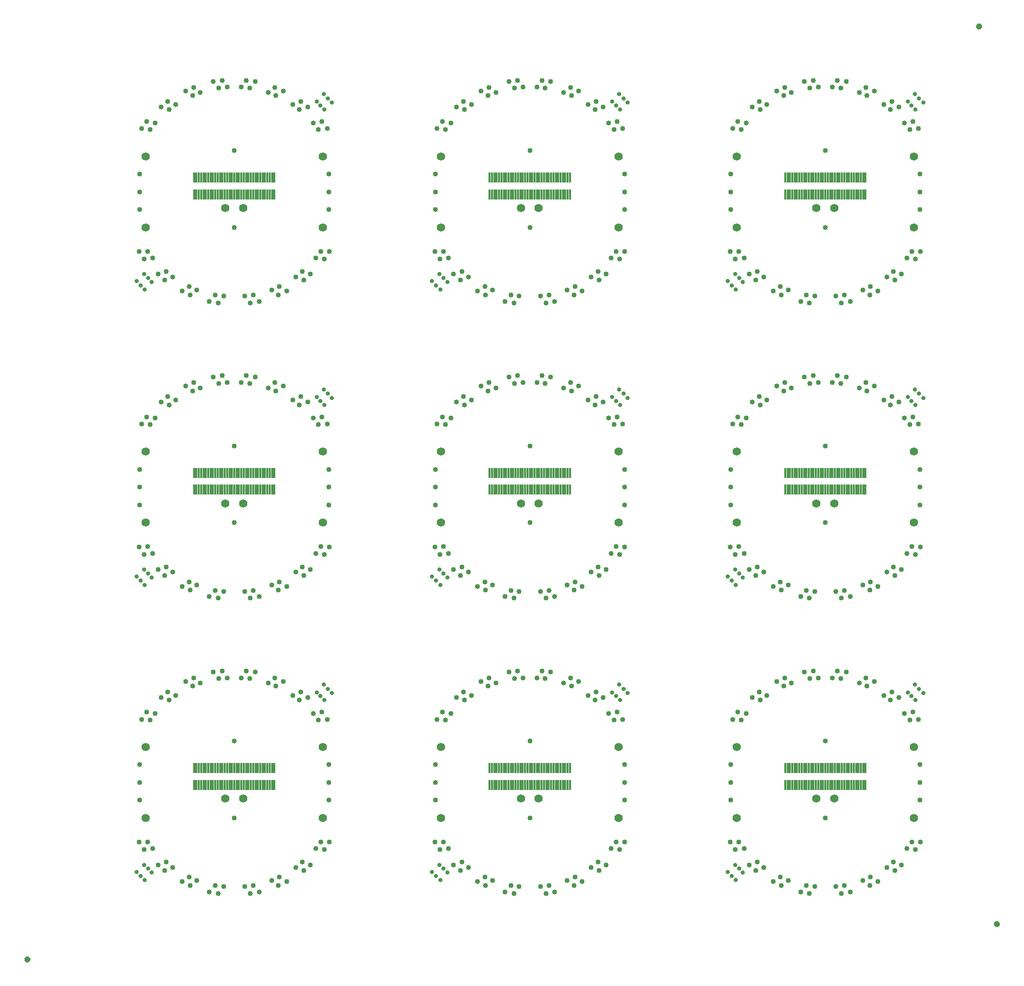
<source format=gts>
G75*
%MOIN*%
%OFA0B0*%
%FSLAX25Y25*%
%IPPOS*%
%LPD*%
%AMOC8*
5,1,8,0,0,1.08239X$1,22.5*
%
%ADD10C,0.05518*%
%ADD11C,0.02762*%
%ADD12C,0.03353*%
%ADD13R,0.01187X0.06857*%
%ADD14C,0.01969*%
D10*
X0125463Y0161289D03*
X0125463Y0208533D03*
X0178612Y0174085D03*
X0190423Y0174085D03*
X0243573Y0161289D03*
X0243573Y0208533D03*
X0322313Y0208533D03*
X0322313Y0161289D03*
X0375463Y0174085D03*
X0387274Y0174085D03*
X0440423Y0161289D03*
X0440423Y0208533D03*
X0519163Y0208533D03*
X0519163Y0161289D03*
X0572313Y0174085D03*
X0584124Y0174085D03*
X0637274Y0161289D03*
X0637274Y0208533D03*
X0637274Y0358140D03*
X0637274Y0405384D03*
X0584124Y0370935D03*
X0572313Y0370935D03*
X0519163Y0358140D03*
X0519163Y0405384D03*
X0440423Y0405384D03*
X0440423Y0358140D03*
X0387274Y0370935D03*
X0375463Y0370935D03*
X0322313Y0358140D03*
X0322313Y0405384D03*
X0243573Y0405384D03*
X0243573Y0358140D03*
X0190423Y0370935D03*
X0178612Y0370935D03*
X0125463Y0358140D03*
X0125463Y0405384D03*
X0125463Y0554990D03*
X0125463Y0602234D03*
X0178612Y0567785D03*
X0190423Y0567785D03*
X0243573Y0554990D03*
X0243573Y0602234D03*
X0322313Y0602234D03*
X0322313Y0554990D03*
X0375463Y0567785D03*
X0387274Y0567785D03*
X0440423Y0554990D03*
X0440423Y0602234D03*
X0519163Y0602234D03*
X0519163Y0554990D03*
X0572313Y0567785D03*
X0584124Y0567785D03*
X0637274Y0554990D03*
X0637274Y0602234D03*
D11*
X0638303Y0633522D03*
X0635658Y0636052D03*
X0633129Y0638696D03*
X0637794Y0643755D03*
X0640578Y0640971D03*
X0643361Y0638187D03*
X0520779Y0521173D03*
X0518134Y0523702D03*
X0513076Y0519037D03*
X0515859Y0516253D03*
X0518643Y0513469D03*
X0523308Y0518528D03*
X0446511Y0441337D03*
X0443727Y0444121D03*
X0440943Y0446905D03*
X0436278Y0441846D03*
X0438808Y0439201D03*
X0441452Y0436672D03*
X0518134Y0326852D03*
X0520779Y0324322D03*
X0523308Y0321678D03*
X0518643Y0316619D03*
X0515859Y0319403D03*
X0513076Y0322187D03*
X0440943Y0250054D03*
X0443727Y0247270D03*
X0446511Y0244487D03*
X0441452Y0239821D03*
X0438808Y0242351D03*
X0436278Y0244996D03*
X0326458Y0321678D03*
X0323929Y0324322D03*
X0321284Y0326852D03*
X0316225Y0322187D03*
X0319009Y0319403D03*
X0321793Y0316619D03*
X0249661Y0244487D03*
X0246877Y0247270D03*
X0244093Y0250054D03*
X0239428Y0244996D03*
X0241957Y0242351D03*
X0244602Y0239821D03*
X0321284Y0130001D03*
X0323929Y0127472D03*
X0326458Y0124827D03*
X0321793Y0119769D03*
X0319009Y0122552D03*
X0316225Y0125336D03*
X0129608Y0124827D03*
X0127078Y0127472D03*
X0124434Y0130001D03*
X0119375Y0125336D03*
X0122159Y0122552D03*
X0124943Y0119769D03*
X0124943Y0316619D03*
X0122159Y0319403D03*
X0119375Y0322187D03*
X0124434Y0326852D03*
X0127078Y0324322D03*
X0129608Y0321678D03*
X0241957Y0439201D03*
X0244602Y0436672D03*
X0249661Y0441337D03*
X0246877Y0444121D03*
X0244093Y0446905D03*
X0239428Y0441846D03*
X0316225Y0519037D03*
X0319009Y0516253D03*
X0321793Y0513469D03*
X0326458Y0518528D03*
X0323929Y0521173D03*
X0321284Y0523702D03*
X0244602Y0633522D03*
X0241957Y0636052D03*
X0239428Y0638696D03*
X0244093Y0643755D03*
X0246877Y0640971D03*
X0249661Y0638187D03*
X0127078Y0521173D03*
X0124434Y0523702D03*
X0119375Y0519037D03*
X0122159Y0516253D03*
X0124943Y0513469D03*
X0129608Y0518528D03*
X0436278Y0638696D03*
X0438808Y0636052D03*
X0441452Y0633522D03*
X0446511Y0638187D03*
X0443727Y0640971D03*
X0440943Y0643755D03*
X0633129Y0441846D03*
X0635658Y0439201D03*
X0638303Y0436672D03*
X0643361Y0441337D03*
X0640578Y0444121D03*
X0637794Y0446905D03*
X0637794Y0250054D03*
X0640578Y0247270D03*
X0643361Y0244487D03*
X0638303Y0239821D03*
X0635658Y0242351D03*
X0633129Y0244996D03*
X0520779Y0127472D03*
X0518134Y0130001D03*
X0513076Y0125336D03*
X0515859Y0122552D03*
X0518643Y0119769D03*
X0523308Y0124827D03*
D12*
X0527440Y0130006D03*
X0532888Y0131689D03*
X0537286Y0128234D03*
X0531947Y0126145D03*
X0543381Y0118735D03*
X0548207Y0121770D03*
X0553350Y0119571D03*
X0548734Y0116172D03*
X0561696Y0111973D03*
X0565572Y0116154D03*
X0571109Y0115361D03*
X0567530Y0110883D03*
X0585328Y0115361D03*
X0590865Y0116154D03*
X0588907Y0110883D03*
X0594741Y0111973D03*
X0603087Y0119571D03*
X0608230Y0121770D03*
X0607703Y0116172D03*
X0613056Y0118735D03*
X0624490Y0126145D03*
X0623549Y0131689D03*
X0619151Y0128234D03*
X0628997Y0130006D03*
X0632425Y0140759D03*
X0635780Y0145235D03*
X0638123Y0140123D03*
X0641477Y0145020D03*
X0641211Y0173100D03*
X0641211Y0184911D03*
X0641211Y0196722D03*
X0640046Y0226987D03*
X0634360Y0226573D03*
X0630851Y0230928D03*
X0636523Y0231763D03*
X0627050Y0241555D03*
X0621664Y0239684D03*
X0617148Y0242983D03*
X0622411Y0245257D03*
X0610726Y0252264D03*
X0606008Y0249062D03*
X0600791Y0251080D03*
X0605286Y0254638D03*
X0592186Y0258382D03*
X0588458Y0254069D03*
X0582896Y0254667D03*
X0586317Y0259268D03*
X0573541Y0254667D03*
X0567979Y0254069D03*
X0570120Y0259268D03*
X0564251Y0258382D03*
X0555646Y0251080D03*
X0550429Y0249062D03*
X0551151Y0254638D03*
X0545711Y0252264D03*
X0539289Y0242983D03*
X0534773Y0239684D03*
X0534026Y0245257D03*
X0529387Y0241555D03*
X0519914Y0231763D03*
X0522077Y0226573D03*
X0525586Y0230928D03*
X0516391Y0226987D03*
X0515226Y0196722D03*
X0515226Y0184911D03*
X0515226Y0173100D03*
X0514960Y0145020D03*
X0520657Y0145235D03*
X0524012Y0140759D03*
X0518314Y0140123D03*
X0578219Y0161289D03*
X0578219Y0212470D03*
X0588907Y0307733D03*
X0590865Y0313004D03*
X0585328Y0312212D03*
X0594741Y0308823D03*
X0603087Y0316422D03*
X0608230Y0318620D03*
X0607703Y0313022D03*
X0613056Y0315585D03*
X0619151Y0325085D03*
X0623549Y0328539D03*
X0624490Y0322995D03*
X0628997Y0326857D03*
X0632425Y0337610D03*
X0635780Y0342085D03*
X0638123Y0336974D03*
X0641477Y0341870D03*
X0641211Y0369951D03*
X0641211Y0381762D03*
X0641211Y0393573D03*
X0640046Y0423837D03*
X0634360Y0423423D03*
X0630851Y0427779D03*
X0636523Y0428613D03*
X0627050Y0438405D03*
X0621664Y0436534D03*
X0617148Y0439833D03*
X0622411Y0442107D03*
X0610726Y0449114D03*
X0606008Y0445913D03*
X0600791Y0447930D03*
X0605286Y0451489D03*
X0592186Y0455232D03*
X0588458Y0450919D03*
X0582896Y0451518D03*
X0586317Y0456119D03*
X0573541Y0451518D03*
X0567979Y0450919D03*
X0570120Y0456119D03*
X0564251Y0455232D03*
X0555646Y0447930D03*
X0550429Y0445913D03*
X0551151Y0451489D03*
X0545711Y0449114D03*
X0539289Y0439833D03*
X0534773Y0436534D03*
X0534026Y0442107D03*
X0529387Y0438405D03*
X0525586Y0427779D03*
X0522077Y0423423D03*
X0519914Y0428613D03*
X0516391Y0423837D03*
X0515226Y0393573D03*
X0515226Y0381762D03*
X0515226Y0369951D03*
X0514960Y0341870D03*
X0520657Y0342085D03*
X0524012Y0337610D03*
X0518314Y0336974D03*
X0527440Y0326857D03*
X0532888Y0328539D03*
X0537286Y0325085D03*
X0531947Y0322995D03*
X0543381Y0315585D03*
X0548207Y0318620D03*
X0553350Y0316422D03*
X0548734Y0313022D03*
X0561696Y0308823D03*
X0565572Y0313004D03*
X0571109Y0312212D03*
X0567530Y0307733D03*
X0578219Y0358140D03*
X0578219Y0409321D03*
X0588907Y0504583D03*
X0590865Y0509854D03*
X0585328Y0509062D03*
X0594741Y0505674D03*
X0603087Y0513272D03*
X0608230Y0515470D03*
X0607703Y0509872D03*
X0613056Y0512436D03*
X0619151Y0521935D03*
X0623549Y0525389D03*
X0624490Y0519846D03*
X0628997Y0523707D03*
X0632425Y0534460D03*
X0635780Y0538935D03*
X0638123Y0533824D03*
X0641477Y0538720D03*
X0641211Y0566801D03*
X0641211Y0578612D03*
X0641211Y0590423D03*
X0640046Y0620687D03*
X0634360Y0620274D03*
X0630851Y0624629D03*
X0636523Y0625464D03*
X0627050Y0635256D03*
X0621664Y0633385D03*
X0617148Y0636683D03*
X0622411Y0638958D03*
X0610726Y0645964D03*
X0606008Y0642763D03*
X0600791Y0644780D03*
X0605286Y0648339D03*
X0592186Y0652083D03*
X0588458Y0647769D03*
X0582896Y0648368D03*
X0586317Y0652969D03*
X0573541Y0648368D03*
X0567979Y0647769D03*
X0570120Y0652969D03*
X0564251Y0652083D03*
X0555646Y0644780D03*
X0550429Y0642763D03*
X0551151Y0648339D03*
X0545711Y0645964D03*
X0539289Y0636683D03*
X0534773Y0633385D03*
X0534026Y0638958D03*
X0529387Y0635256D03*
X0525586Y0624629D03*
X0522077Y0620274D03*
X0519914Y0625464D03*
X0516391Y0620687D03*
X0515226Y0590423D03*
X0515226Y0578612D03*
X0515226Y0566801D03*
X0514960Y0538720D03*
X0520657Y0538935D03*
X0524012Y0534460D03*
X0518314Y0533824D03*
X0527440Y0523707D03*
X0532888Y0525389D03*
X0537286Y0521935D03*
X0531947Y0519846D03*
X0543381Y0512436D03*
X0548207Y0515470D03*
X0553350Y0513272D03*
X0548734Y0509872D03*
X0561696Y0505674D03*
X0565572Y0509854D03*
X0571109Y0509062D03*
X0567530Y0504583D03*
X0578219Y0554990D03*
X0578219Y0606171D03*
X0444360Y0590423D03*
X0444360Y0578612D03*
X0444360Y0566801D03*
X0444627Y0538720D03*
X0438930Y0538935D03*
X0435575Y0534460D03*
X0441273Y0533824D03*
X0432147Y0523707D03*
X0426699Y0525389D03*
X0422300Y0521935D03*
X0427639Y0519846D03*
X0416206Y0512436D03*
X0411379Y0515470D03*
X0406236Y0513272D03*
X0410853Y0509872D03*
X0397891Y0505674D03*
X0394014Y0509854D03*
X0388478Y0509062D03*
X0392057Y0504583D03*
X0374259Y0509062D03*
X0368722Y0509854D03*
X0370679Y0504583D03*
X0364845Y0505674D03*
X0356500Y0513272D03*
X0351357Y0515470D03*
X0351883Y0509872D03*
X0346530Y0512436D03*
X0340436Y0521935D03*
X0336037Y0525389D03*
X0335097Y0519846D03*
X0330590Y0523707D03*
X0327162Y0534460D03*
X0323807Y0538935D03*
X0321464Y0533824D03*
X0318109Y0538720D03*
X0318376Y0566801D03*
X0318376Y0578612D03*
X0318376Y0590423D03*
X0319540Y0620687D03*
X0325226Y0620274D03*
X0328735Y0624629D03*
X0323063Y0625464D03*
X0332537Y0635256D03*
X0337922Y0633385D03*
X0342439Y0636683D03*
X0337176Y0638958D03*
X0348861Y0645964D03*
X0353579Y0642763D03*
X0358795Y0644780D03*
X0354300Y0648339D03*
X0367401Y0652083D03*
X0371129Y0647769D03*
X0376690Y0648368D03*
X0373269Y0652969D03*
X0386046Y0648368D03*
X0391607Y0647769D03*
X0389467Y0652969D03*
X0395335Y0652083D03*
X0403941Y0644780D03*
X0409157Y0642763D03*
X0408436Y0648339D03*
X0413875Y0645964D03*
X0420297Y0636683D03*
X0424814Y0633385D03*
X0425560Y0638958D03*
X0430200Y0635256D03*
X0434001Y0624629D03*
X0437510Y0620274D03*
X0439673Y0625464D03*
X0443196Y0620687D03*
X0381368Y0606171D03*
X0381368Y0554990D03*
X0373269Y0456119D03*
X0371129Y0450919D03*
X0376690Y0451518D03*
X0386046Y0451518D03*
X0391607Y0450919D03*
X0389467Y0456119D03*
X0395335Y0455232D03*
X0403941Y0447930D03*
X0409157Y0445913D03*
X0408436Y0451489D03*
X0413875Y0449114D03*
X0420297Y0439833D03*
X0424814Y0436534D03*
X0425560Y0442107D03*
X0430200Y0438405D03*
X0434001Y0427779D03*
X0437510Y0423423D03*
X0439673Y0428613D03*
X0443196Y0423837D03*
X0444360Y0393573D03*
X0444360Y0381762D03*
X0444360Y0369951D03*
X0444627Y0341870D03*
X0438930Y0342085D03*
X0435575Y0337610D03*
X0441273Y0336974D03*
X0432147Y0326857D03*
X0426699Y0328539D03*
X0422300Y0325085D03*
X0427639Y0322995D03*
X0416206Y0315585D03*
X0411379Y0318620D03*
X0406236Y0316422D03*
X0410853Y0313022D03*
X0397891Y0308823D03*
X0394014Y0313004D03*
X0388478Y0312212D03*
X0392057Y0307733D03*
X0374259Y0312212D03*
X0368722Y0313004D03*
X0370679Y0307733D03*
X0364845Y0308823D03*
X0356500Y0316422D03*
X0351357Y0318620D03*
X0351883Y0313022D03*
X0346530Y0315585D03*
X0340436Y0325085D03*
X0336037Y0328539D03*
X0335097Y0322995D03*
X0330590Y0326857D03*
X0327162Y0337610D03*
X0323807Y0342085D03*
X0321464Y0336974D03*
X0318109Y0341870D03*
X0318376Y0369951D03*
X0318376Y0381762D03*
X0318376Y0393573D03*
X0319540Y0423837D03*
X0325226Y0423423D03*
X0328735Y0427779D03*
X0323063Y0428613D03*
X0332537Y0438405D03*
X0337922Y0436534D03*
X0342439Y0439833D03*
X0337176Y0442107D03*
X0348861Y0449114D03*
X0353579Y0445913D03*
X0358795Y0447930D03*
X0354300Y0451489D03*
X0367401Y0455232D03*
X0381368Y0409321D03*
X0381368Y0358140D03*
X0373269Y0259268D03*
X0371129Y0254069D03*
X0376690Y0254667D03*
X0386046Y0254667D03*
X0391607Y0254069D03*
X0389467Y0259268D03*
X0395335Y0258382D03*
X0403941Y0251080D03*
X0409157Y0249062D03*
X0408436Y0254638D03*
X0413875Y0252264D03*
X0420297Y0242983D03*
X0424814Y0239684D03*
X0425560Y0245257D03*
X0430200Y0241555D03*
X0439673Y0231763D03*
X0437510Y0226573D03*
X0434001Y0230928D03*
X0443196Y0226987D03*
X0444360Y0196722D03*
X0444360Y0184911D03*
X0444360Y0173100D03*
X0444627Y0145020D03*
X0438930Y0145235D03*
X0435575Y0140759D03*
X0441273Y0140123D03*
X0432147Y0130006D03*
X0426699Y0131689D03*
X0422300Y0128234D03*
X0427639Y0126145D03*
X0416206Y0118735D03*
X0411379Y0121770D03*
X0406236Y0119571D03*
X0410853Y0116172D03*
X0397891Y0111973D03*
X0394014Y0116154D03*
X0388478Y0115361D03*
X0392057Y0110883D03*
X0374259Y0115361D03*
X0368722Y0116154D03*
X0370679Y0110883D03*
X0364845Y0111973D03*
X0356500Y0119571D03*
X0351357Y0121770D03*
X0351883Y0116172D03*
X0346530Y0118735D03*
X0335097Y0126145D03*
X0336037Y0131689D03*
X0340436Y0128234D03*
X0330590Y0130006D03*
X0327162Y0140759D03*
X0323807Y0145235D03*
X0321464Y0140123D03*
X0318109Y0145020D03*
X0318376Y0173100D03*
X0318376Y0184911D03*
X0318376Y0196722D03*
X0319540Y0226987D03*
X0325226Y0226573D03*
X0328735Y0230928D03*
X0323063Y0231763D03*
X0332537Y0241555D03*
X0337922Y0239684D03*
X0342439Y0242983D03*
X0337176Y0245257D03*
X0348861Y0252264D03*
X0353579Y0249062D03*
X0358795Y0251080D03*
X0354300Y0254638D03*
X0367401Y0258382D03*
X0381368Y0212470D03*
X0381368Y0161289D03*
X0247776Y0145020D03*
X0242079Y0145235D03*
X0238724Y0140759D03*
X0244422Y0140123D03*
X0235296Y0130006D03*
X0229849Y0131689D03*
X0225450Y0128234D03*
X0230789Y0126145D03*
X0219356Y0118735D03*
X0214529Y0121770D03*
X0209386Y0119571D03*
X0214002Y0116172D03*
X0201041Y0111973D03*
X0197164Y0116154D03*
X0191627Y0115361D03*
X0195207Y0110883D03*
X0177408Y0115361D03*
X0171871Y0116154D03*
X0173829Y0110883D03*
X0167995Y0111973D03*
X0159650Y0119571D03*
X0154506Y0121770D03*
X0155033Y0116172D03*
X0149680Y0118735D03*
X0143586Y0128234D03*
X0139187Y0131689D03*
X0138246Y0126145D03*
X0133739Y0130006D03*
X0130311Y0140759D03*
X0126956Y0145235D03*
X0124613Y0140123D03*
X0121259Y0145020D03*
X0121526Y0173100D03*
X0121526Y0184911D03*
X0121526Y0196722D03*
X0122690Y0226987D03*
X0128376Y0226573D03*
X0131885Y0230928D03*
X0126213Y0231763D03*
X0135686Y0241555D03*
X0141072Y0239684D03*
X0145589Y0242983D03*
X0140326Y0245257D03*
X0152011Y0252264D03*
X0156728Y0249062D03*
X0161945Y0251080D03*
X0157450Y0254638D03*
X0170550Y0258382D03*
X0174279Y0254069D03*
X0179840Y0254667D03*
X0176419Y0259268D03*
X0189196Y0254667D03*
X0194757Y0254069D03*
X0192617Y0259268D03*
X0198485Y0258382D03*
X0207090Y0251080D03*
X0212307Y0249062D03*
X0211586Y0254638D03*
X0217025Y0252264D03*
X0223447Y0242983D03*
X0227964Y0239684D03*
X0228710Y0245257D03*
X0233349Y0241555D03*
X0242823Y0231763D03*
X0240659Y0226573D03*
X0237150Y0230928D03*
X0246346Y0226987D03*
X0247510Y0196722D03*
X0247510Y0184911D03*
X0247510Y0173100D03*
X0184518Y0161289D03*
X0184518Y0212470D03*
X0195207Y0307733D03*
X0197164Y0313004D03*
X0191627Y0312212D03*
X0201041Y0308823D03*
X0209386Y0316422D03*
X0214529Y0318620D03*
X0214002Y0313022D03*
X0219356Y0315585D03*
X0225450Y0325085D03*
X0229849Y0328539D03*
X0230789Y0322995D03*
X0235296Y0326857D03*
X0238724Y0337610D03*
X0242079Y0342085D03*
X0244422Y0336974D03*
X0247776Y0341870D03*
X0247510Y0369951D03*
X0247510Y0381762D03*
X0247510Y0393573D03*
X0246346Y0423837D03*
X0240659Y0423423D03*
X0237150Y0427779D03*
X0242823Y0428613D03*
X0233349Y0438405D03*
X0227964Y0436534D03*
X0223447Y0439833D03*
X0228710Y0442107D03*
X0217025Y0449114D03*
X0212307Y0445913D03*
X0207090Y0447930D03*
X0211586Y0451489D03*
X0198485Y0455232D03*
X0194757Y0450919D03*
X0189196Y0451518D03*
X0192617Y0456119D03*
X0179840Y0451518D03*
X0174279Y0450919D03*
X0176419Y0456119D03*
X0170550Y0455232D03*
X0161945Y0447930D03*
X0156728Y0445913D03*
X0157450Y0451489D03*
X0152011Y0449114D03*
X0145589Y0439833D03*
X0141072Y0436534D03*
X0140326Y0442107D03*
X0135686Y0438405D03*
X0131885Y0427779D03*
X0128376Y0423423D03*
X0126213Y0428613D03*
X0122690Y0423837D03*
X0121526Y0393573D03*
X0121526Y0381762D03*
X0121526Y0369951D03*
X0121259Y0341870D03*
X0126956Y0342085D03*
X0130311Y0337610D03*
X0124613Y0336974D03*
X0139187Y0328539D03*
X0143586Y0325085D03*
X0138246Y0322995D03*
X0133739Y0326857D03*
X0149680Y0315585D03*
X0154506Y0318620D03*
X0159650Y0316422D03*
X0155033Y0313022D03*
X0167995Y0308823D03*
X0171871Y0313004D03*
X0177408Y0312212D03*
X0173829Y0307733D03*
X0184518Y0358140D03*
X0184518Y0409321D03*
X0195207Y0504583D03*
X0197164Y0509854D03*
X0191627Y0509062D03*
X0201041Y0505674D03*
X0209386Y0513272D03*
X0214529Y0515470D03*
X0214002Y0509872D03*
X0219356Y0512436D03*
X0225450Y0521935D03*
X0229849Y0525389D03*
X0230789Y0519846D03*
X0235296Y0523707D03*
X0238724Y0534460D03*
X0242079Y0538935D03*
X0244422Y0533824D03*
X0247776Y0538720D03*
X0247510Y0566801D03*
X0247510Y0578612D03*
X0247510Y0590423D03*
X0246346Y0620687D03*
X0240659Y0620274D03*
X0237150Y0624629D03*
X0242823Y0625464D03*
X0233349Y0635256D03*
X0227964Y0633385D03*
X0223447Y0636683D03*
X0228710Y0638958D03*
X0217025Y0645964D03*
X0212307Y0642763D03*
X0207090Y0644780D03*
X0211586Y0648339D03*
X0198485Y0652083D03*
X0194757Y0647769D03*
X0189196Y0648368D03*
X0192617Y0652969D03*
X0179840Y0648368D03*
X0174279Y0647769D03*
X0176419Y0652969D03*
X0170550Y0652083D03*
X0161945Y0644780D03*
X0156728Y0642763D03*
X0157450Y0648339D03*
X0152011Y0645964D03*
X0145589Y0636683D03*
X0141072Y0633385D03*
X0140326Y0638958D03*
X0135686Y0635256D03*
X0131885Y0624629D03*
X0128376Y0620274D03*
X0126213Y0625464D03*
X0122690Y0620687D03*
X0121526Y0590423D03*
X0121526Y0578612D03*
X0121526Y0566801D03*
X0121259Y0538720D03*
X0126956Y0538935D03*
X0130311Y0534460D03*
X0124613Y0533824D03*
X0133739Y0523707D03*
X0139187Y0525389D03*
X0143586Y0521935D03*
X0138246Y0519846D03*
X0149680Y0512436D03*
X0154506Y0515470D03*
X0159650Y0513272D03*
X0155033Y0509872D03*
X0167995Y0505674D03*
X0171871Y0509854D03*
X0177408Y0509062D03*
X0173829Y0504583D03*
X0184518Y0554990D03*
X0184518Y0606171D03*
D13*
X0184518Y0588140D03*
X0186093Y0588140D03*
X0187667Y0588140D03*
X0189242Y0588140D03*
X0190817Y0588140D03*
X0192392Y0588140D03*
X0193967Y0588140D03*
X0195541Y0588140D03*
X0197116Y0588140D03*
X0198691Y0588140D03*
X0200266Y0588140D03*
X0201841Y0588140D03*
X0203415Y0588140D03*
X0204990Y0588140D03*
X0206565Y0588140D03*
X0208140Y0588140D03*
X0209715Y0588140D03*
X0211289Y0588140D03*
X0211289Y0576959D03*
X0209715Y0576959D03*
X0208140Y0576959D03*
X0206565Y0576959D03*
X0204990Y0576959D03*
X0203415Y0576959D03*
X0201841Y0576959D03*
X0200266Y0576959D03*
X0198691Y0576959D03*
X0197116Y0576959D03*
X0195541Y0576959D03*
X0193967Y0576959D03*
X0192392Y0576959D03*
X0190817Y0576959D03*
X0189242Y0576959D03*
X0187667Y0576959D03*
X0186093Y0576959D03*
X0184518Y0576959D03*
X0182943Y0576959D03*
X0181368Y0576959D03*
X0179793Y0576959D03*
X0178219Y0576959D03*
X0176644Y0576959D03*
X0175069Y0576959D03*
X0173494Y0576959D03*
X0171919Y0576959D03*
X0170344Y0576959D03*
X0168770Y0576959D03*
X0167195Y0576959D03*
X0165620Y0576959D03*
X0164045Y0576959D03*
X0162470Y0576959D03*
X0160896Y0576959D03*
X0159321Y0576959D03*
X0157746Y0576959D03*
X0157746Y0588140D03*
X0159321Y0588140D03*
X0160896Y0588140D03*
X0162470Y0588140D03*
X0164045Y0588140D03*
X0165620Y0588140D03*
X0167195Y0588140D03*
X0168770Y0588140D03*
X0170344Y0588140D03*
X0171919Y0588140D03*
X0173494Y0588140D03*
X0175069Y0588140D03*
X0176644Y0588140D03*
X0178219Y0588140D03*
X0179793Y0588140D03*
X0181368Y0588140D03*
X0182943Y0588140D03*
X0354596Y0588140D03*
X0356171Y0588140D03*
X0357746Y0588140D03*
X0359321Y0588140D03*
X0360896Y0588140D03*
X0362470Y0588140D03*
X0364045Y0588140D03*
X0365620Y0588140D03*
X0367195Y0588140D03*
X0368770Y0588140D03*
X0370344Y0588140D03*
X0371919Y0588140D03*
X0373494Y0588140D03*
X0375069Y0588140D03*
X0376644Y0588140D03*
X0378219Y0588140D03*
X0379793Y0588140D03*
X0381368Y0588140D03*
X0382943Y0588140D03*
X0384518Y0588140D03*
X0386093Y0588140D03*
X0387667Y0588140D03*
X0389242Y0588140D03*
X0390817Y0588140D03*
X0392392Y0588140D03*
X0393967Y0588140D03*
X0395541Y0588140D03*
X0397116Y0588140D03*
X0398691Y0588140D03*
X0400266Y0588140D03*
X0401841Y0588140D03*
X0403415Y0588140D03*
X0404990Y0588140D03*
X0406565Y0588140D03*
X0408140Y0588140D03*
X0408140Y0576959D03*
X0406565Y0576959D03*
X0404990Y0576959D03*
X0403415Y0576959D03*
X0401841Y0576959D03*
X0400266Y0576959D03*
X0398691Y0576959D03*
X0397116Y0576959D03*
X0395541Y0576959D03*
X0393967Y0576959D03*
X0392392Y0576959D03*
X0390817Y0576959D03*
X0389242Y0576959D03*
X0387667Y0576959D03*
X0386093Y0576959D03*
X0384518Y0576959D03*
X0382943Y0576959D03*
X0381368Y0576959D03*
X0379793Y0576959D03*
X0378219Y0576959D03*
X0376644Y0576959D03*
X0375069Y0576959D03*
X0373494Y0576959D03*
X0371919Y0576959D03*
X0370344Y0576959D03*
X0368770Y0576959D03*
X0367195Y0576959D03*
X0365620Y0576959D03*
X0364045Y0576959D03*
X0362470Y0576959D03*
X0360896Y0576959D03*
X0359321Y0576959D03*
X0357746Y0576959D03*
X0356171Y0576959D03*
X0354596Y0576959D03*
X0354596Y0391289D03*
X0356171Y0391289D03*
X0357746Y0391289D03*
X0359321Y0391289D03*
X0360896Y0391289D03*
X0362470Y0391289D03*
X0364045Y0391289D03*
X0365620Y0391289D03*
X0367195Y0391289D03*
X0368770Y0391289D03*
X0370344Y0391289D03*
X0371919Y0391289D03*
X0373494Y0391289D03*
X0375069Y0391289D03*
X0376644Y0391289D03*
X0378219Y0391289D03*
X0379793Y0391289D03*
X0381368Y0391289D03*
X0382943Y0391289D03*
X0384518Y0391289D03*
X0386093Y0391289D03*
X0387667Y0391289D03*
X0389242Y0391289D03*
X0390817Y0391289D03*
X0392392Y0391289D03*
X0393967Y0391289D03*
X0395541Y0391289D03*
X0397116Y0391289D03*
X0398691Y0391289D03*
X0400266Y0391289D03*
X0401841Y0391289D03*
X0403415Y0391289D03*
X0404990Y0391289D03*
X0406565Y0391289D03*
X0408140Y0391289D03*
X0408140Y0380108D03*
X0406565Y0380108D03*
X0404990Y0380108D03*
X0403415Y0380108D03*
X0401841Y0380108D03*
X0400266Y0380108D03*
X0398691Y0380108D03*
X0397116Y0380108D03*
X0395541Y0380108D03*
X0393967Y0380108D03*
X0392392Y0380108D03*
X0390817Y0380108D03*
X0389242Y0380108D03*
X0387667Y0380108D03*
X0386093Y0380108D03*
X0384518Y0380108D03*
X0382943Y0380108D03*
X0381368Y0380108D03*
X0379793Y0380108D03*
X0378219Y0380108D03*
X0376644Y0380108D03*
X0375069Y0380108D03*
X0373494Y0380108D03*
X0371919Y0380108D03*
X0370344Y0380108D03*
X0368770Y0380108D03*
X0367195Y0380108D03*
X0365620Y0380108D03*
X0364045Y0380108D03*
X0362470Y0380108D03*
X0360896Y0380108D03*
X0359321Y0380108D03*
X0357746Y0380108D03*
X0356171Y0380108D03*
X0354596Y0380108D03*
X0211289Y0380108D03*
X0209715Y0380108D03*
X0208140Y0380108D03*
X0206565Y0380108D03*
X0204990Y0380108D03*
X0203415Y0380108D03*
X0201841Y0380108D03*
X0200266Y0380108D03*
X0198691Y0380108D03*
X0197116Y0380108D03*
X0195541Y0380108D03*
X0193967Y0380108D03*
X0192392Y0380108D03*
X0190817Y0380108D03*
X0189242Y0380108D03*
X0187667Y0380108D03*
X0186093Y0380108D03*
X0184518Y0380108D03*
X0182943Y0380108D03*
X0181368Y0380108D03*
X0179793Y0380108D03*
X0178219Y0380108D03*
X0176644Y0380108D03*
X0175069Y0380108D03*
X0173494Y0380108D03*
X0171919Y0380108D03*
X0170344Y0380108D03*
X0168770Y0380108D03*
X0167195Y0380108D03*
X0165620Y0380108D03*
X0164045Y0380108D03*
X0162470Y0380108D03*
X0160896Y0380108D03*
X0159321Y0380108D03*
X0157746Y0380108D03*
X0157746Y0391289D03*
X0159321Y0391289D03*
X0160896Y0391289D03*
X0162470Y0391289D03*
X0164045Y0391289D03*
X0165620Y0391289D03*
X0167195Y0391289D03*
X0168770Y0391289D03*
X0170344Y0391289D03*
X0171919Y0391289D03*
X0173494Y0391289D03*
X0175069Y0391289D03*
X0176644Y0391289D03*
X0178219Y0391289D03*
X0179793Y0391289D03*
X0181368Y0391289D03*
X0182943Y0391289D03*
X0184518Y0391289D03*
X0186093Y0391289D03*
X0187667Y0391289D03*
X0189242Y0391289D03*
X0190817Y0391289D03*
X0192392Y0391289D03*
X0193967Y0391289D03*
X0195541Y0391289D03*
X0197116Y0391289D03*
X0198691Y0391289D03*
X0200266Y0391289D03*
X0201841Y0391289D03*
X0203415Y0391289D03*
X0204990Y0391289D03*
X0206565Y0391289D03*
X0208140Y0391289D03*
X0209715Y0391289D03*
X0211289Y0391289D03*
X0211289Y0194439D03*
X0209715Y0194439D03*
X0208140Y0194439D03*
X0206565Y0194439D03*
X0204990Y0194439D03*
X0203415Y0194439D03*
X0201841Y0194439D03*
X0200266Y0194439D03*
X0198691Y0194439D03*
X0197116Y0194439D03*
X0195541Y0194439D03*
X0193967Y0194439D03*
X0192392Y0194439D03*
X0190817Y0194439D03*
X0189242Y0194439D03*
X0187667Y0194439D03*
X0186093Y0194439D03*
X0184518Y0194439D03*
X0182943Y0194439D03*
X0181368Y0194439D03*
X0179793Y0194439D03*
X0178219Y0194439D03*
X0176644Y0194439D03*
X0175069Y0194439D03*
X0173494Y0194439D03*
X0171919Y0194439D03*
X0170344Y0194439D03*
X0168770Y0194439D03*
X0167195Y0194439D03*
X0165620Y0194439D03*
X0164045Y0194439D03*
X0162470Y0194439D03*
X0160896Y0194439D03*
X0159321Y0194439D03*
X0157746Y0194439D03*
X0157746Y0183258D03*
X0159321Y0183258D03*
X0160896Y0183258D03*
X0162470Y0183258D03*
X0164045Y0183258D03*
X0165620Y0183258D03*
X0167195Y0183258D03*
X0168770Y0183258D03*
X0170344Y0183258D03*
X0171919Y0183258D03*
X0173494Y0183258D03*
X0175069Y0183258D03*
X0176644Y0183258D03*
X0178219Y0183258D03*
X0179793Y0183258D03*
X0181368Y0183258D03*
X0182943Y0183258D03*
X0184518Y0183258D03*
X0186093Y0183258D03*
X0187667Y0183258D03*
X0189242Y0183258D03*
X0190817Y0183258D03*
X0192392Y0183258D03*
X0193967Y0183258D03*
X0195541Y0183258D03*
X0197116Y0183258D03*
X0198691Y0183258D03*
X0200266Y0183258D03*
X0201841Y0183258D03*
X0203415Y0183258D03*
X0204990Y0183258D03*
X0206565Y0183258D03*
X0208140Y0183258D03*
X0209715Y0183258D03*
X0211289Y0183258D03*
X0354596Y0183258D03*
X0356171Y0183258D03*
X0357746Y0183258D03*
X0359321Y0183258D03*
X0360896Y0183258D03*
X0362470Y0183258D03*
X0364045Y0183258D03*
X0365620Y0183258D03*
X0367195Y0183258D03*
X0368770Y0183258D03*
X0370344Y0183258D03*
X0371919Y0183258D03*
X0373494Y0183258D03*
X0375069Y0183258D03*
X0376644Y0183258D03*
X0378219Y0183258D03*
X0379793Y0183258D03*
X0381368Y0183258D03*
X0382943Y0183258D03*
X0384518Y0183258D03*
X0386093Y0183258D03*
X0387667Y0183258D03*
X0389242Y0183258D03*
X0390817Y0183258D03*
X0392392Y0183258D03*
X0393967Y0183258D03*
X0395541Y0183258D03*
X0397116Y0183258D03*
X0398691Y0183258D03*
X0400266Y0183258D03*
X0401841Y0183258D03*
X0403415Y0183258D03*
X0404990Y0183258D03*
X0406565Y0183258D03*
X0408140Y0183258D03*
X0408140Y0194439D03*
X0406565Y0194439D03*
X0404990Y0194439D03*
X0403415Y0194439D03*
X0401841Y0194439D03*
X0400266Y0194439D03*
X0398691Y0194439D03*
X0397116Y0194439D03*
X0395541Y0194439D03*
X0393967Y0194439D03*
X0392392Y0194439D03*
X0390817Y0194439D03*
X0389242Y0194439D03*
X0387667Y0194439D03*
X0386093Y0194439D03*
X0384518Y0194439D03*
X0382943Y0194439D03*
X0381368Y0194439D03*
X0379793Y0194439D03*
X0378219Y0194439D03*
X0376644Y0194439D03*
X0375069Y0194439D03*
X0373494Y0194439D03*
X0371919Y0194439D03*
X0370344Y0194439D03*
X0368770Y0194439D03*
X0367195Y0194439D03*
X0365620Y0194439D03*
X0364045Y0194439D03*
X0362470Y0194439D03*
X0360896Y0194439D03*
X0359321Y0194439D03*
X0357746Y0194439D03*
X0356171Y0194439D03*
X0354596Y0194439D03*
X0551447Y0194439D03*
X0553022Y0194439D03*
X0554596Y0194439D03*
X0556171Y0194439D03*
X0557746Y0194439D03*
X0559321Y0194439D03*
X0560896Y0194439D03*
X0562470Y0194439D03*
X0564045Y0194439D03*
X0565620Y0194439D03*
X0567195Y0194439D03*
X0568770Y0194439D03*
X0570344Y0194439D03*
X0571919Y0194439D03*
X0573494Y0194439D03*
X0575069Y0194439D03*
X0576644Y0194439D03*
X0578219Y0194439D03*
X0579793Y0194439D03*
X0581368Y0194439D03*
X0582943Y0194439D03*
X0584518Y0194439D03*
X0586093Y0194439D03*
X0587667Y0194439D03*
X0589242Y0194439D03*
X0590817Y0194439D03*
X0592392Y0194439D03*
X0593967Y0194439D03*
X0595541Y0194439D03*
X0597116Y0194439D03*
X0598691Y0194439D03*
X0600266Y0194439D03*
X0601841Y0194439D03*
X0603415Y0194439D03*
X0604990Y0194439D03*
X0604990Y0183258D03*
X0603415Y0183258D03*
X0601841Y0183258D03*
X0600266Y0183258D03*
X0598691Y0183258D03*
X0597116Y0183258D03*
X0595541Y0183258D03*
X0593967Y0183258D03*
X0592392Y0183258D03*
X0590817Y0183258D03*
X0589242Y0183258D03*
X0587667Y0183258D03*
X0586093Y0183258D03*
X0584518Y0183258D03*
X0582943Y0183258D03*
X0581368Y0183258D03*
X0579793Y0183258D03*
X0578219Y0183258D03*
X0576644Y0183258D03*
X0575069Y0183258D03*
X0573494Y0183258D03*
X0571919Y0183258D03*
X0570344Y0183258D03*
X0568770Y0183258D03*
X0567195Y0183258D03*
X0565620Y0183258D03*
X0564045Y0183258D03*
X0562470Y0183258D03*
X0560896Y0183258D03*
X0559321Y0183258D03*
X0557746Y0183258D03*
X0556171Y0183258D03*
X0554596Y0183258D03*
X0553022Y0183258D03*
X0551447Y0183258D03*
X0551447Y0380108D03*
X0553022Y0380108D03*
X0554596Y0380108D03*
X0556171Y0380108D03*
X0557746Y0380108D03*
X0559321Y0380108D03*
X0560896Y0380108D03*
X0562470Y0380108D03*
X0564045Y0380108D03*
X0565620Y0380108D03*
X0567195Y0380108D03*
X0568770Y0380108D03*
X0570344Y0380108D03*
X0571919Y0380108D03*
X0573494Y0380108D03*
X0575069Y0380108D03*
X0576644Y0380108D03*
X0578219Y0380108D03*
X0579793Y0380108D03*
X0581368Y0380108D03*
X0582943Y0380108D03*
X0584518Y0380108D03*
X0586093Y0380108D03*
X0587667Y0380108D03*
X0589242Y0380108D03*
X0590817Y0380108D03*
X0592392Y0380108D03*
X0593967Y0380108D03*
X0595541Y0380108D03*
X0597116Y0380108D03*
X0598691Y0380108D03*
X0600266Y0380108D03*
X0601841Y0380108D03*
X0603415Y0380108D03*
X0604990Y0380108D03*
X0604990Y0391289D03*
X0603415Y0391289D03*
X0601841Y0391289D03*
X0600266Y0391289D03*
X0598691Y0391289D03*
X0597116Y0391289D03*
X0595541Y0391289D03*
X0593967Y0391289D03*
X0592392Y0391289D03*
X0590817Y0391289D03*
X0589242Y0391289D03*
X0587667Y0391289D03*
X0586093Y0391289D03*
X0584518Y0391289D03*
X0582943Y0391289D03*
X0581368Y0391289D03*
X0579793Y0391289D03*
X0578219Y0391289D03*
X0576644Y0391289D03*
X0575069Y0391289D03*
X0573494Y0391289D03*
X0571919Y0391289D03*
X0570344Y0391289D03*
X0568770Y0391289D03*
X0567195Y0391289D03*
X0565620Y0391289D03*
X0564045Y0391289D03*
X0562470Y0391289D03*
X0560896Y0391289D03*
X0559321Y0391289D03*
X0557746Y0391289D03*
X0556171Y0391289D03*
X0554596Y0391289D03*
X0553022Y0391289D03*
X0551447Y0391289D03*
X0551447Y0576959D03*
X0553022Y0576959D03*
X0554596Y0576959D03*
X0556171Y0576959D03*
X0557746Y0576959D03*
X0559321Y0576959D03*
X0560896Y0576959D03*
X0562470Y0576959D03*
X0564045Y0576959D03*
X0565620Y0576959D03*
X0567195Y0576959D03*
X0568770Y0576959D03*
X0570344Y0576959D03*
X0571919Y0576959D03*
X0573494Y0576959D03*
X0575069Y0576959D03*
X0576644Y0576959D03*
X0578219Y0576959D03*
X0579793Y0576959D03*
X0581368Y0576959D03*
X0582943Y0576959D03*
X0584518Y0576959D03*
X0586093Y0576959D03*
X0587667Y0576959D03*
X0589242Y0576959D03*
X0590817Y0576959D03*
X0592392Y0576959D03*
X0593967Y0576959D03*
X0595541Y0576959D03*
X0597116Y0576959D03*
X0598691Y0576959D03*
X0600266Y0576959D03*
X0601841Y0576959D03*
X0603415Y0576959D03*
X0604990Y0576959D03*
X0604990Y0588140D03*
X0603415Y0588140D03*
X0601841Y0588140D03*
X0600266Y0588140D03*
X0598691Y0588140D03*
X0597116Y0588140D03*
X0595541Y0588140D03*
X0593967Y0588140D03*
X0592392Y0588140D03*
X0590817Y0588140D03*
X0589242Y0588140D03*
X0587667Y0588140D03*
X0586093Y0588140D03*
X0584518Y0588140D03*
X0582943Y0588140D03*
X0581368Y0588140D03*
X0579793Y0588140D03*
X0578219Y0588140D03*
X0576644Y0588140D03*
X0575069Y0588140D03*
X0573494Y0588140D03*
X0571919Y0588140D03*
X0570344Y0588140D03*
X0568770Y0588140D03*
X0567195Y0588140D03*
X0565620Y0588140D03*
X0564045Y0588140D03*
X0562470Y0588140D03*
X0560896Y0588140D03*
X0559321Y0588140D03*
X0557746Y0588140D03*
X0556171Y0588140D03*
X0554596Y0588140D03*
X0553022Y0588140D03*
X0551447Y0588140D03*
D14*
X0045738Y0066801D02*
X0045740Y0066863D01*
X0045746Y0066926D01*
X0045756Y0066987D01*
X0045770Y0067048D01*
X0045787Y0067108D01*
X0045808Y0067167D01*
X0045834Y0067224D01*
X0045862Y0067279D01*
X0045894Y0067333D01*
X0045930Y0067384D01*
X0045968Y0067434D01*
X0046010Y0067480D01*
X0046054Y0067524D01*
X0046102Y0067565D01*
X0046151Y0067603D01*
X0046203Y0067637D01*
X0046257Y0067668D01*
X0046313Y0067696D01*
X0046371Y0067720D01*
X0046430Y0067741D01*
X0046490Y0067757D01*
X0046551Y0067770D01*
X0046613Y0067779D01*
X0046675Y0067784D01*
X0046738Y0067785D01*
X0046800Y0067782D01*
X0046862Y0067775D01*
X0046924Y0067764D01*
X0046984Y0067749D01*
X0047044Y0067731D01*
X0047102Y0067709D01*
X0047159Y0067683D01*
X0047214Y0067653D01*
X0047267Y0067620D01*
X0047318Y0067584D01*
X0047366Y0067545D01*
X0047412Y0067502D01*
X0047455Y0067457D01*
X0047495Y0067409D01*
X0047532Y0067359D01*
X0047566Y0067306D01*
X0047597Y0067252D01*
X0047623Y0067196D01*
X0047647Y0067138D01*
X0047666Y0067078D01*
X0047682Y0067018D01*
X0047694Y0066956D01*
X0047702Y0066895D01*
X0047706Y0066832D01*
X0047706Y0066770D01*
X0047702Y0066707D01*
X0047694Y0066646D01*
X0047682Y0066584D01*
X0047666Y0066524D01*
X0047647Y0066464D01*
X0047623Y0066406D01*
X0047597Y0066350D01*
X0047566Y0066296D01*
X0047532Y0066243D01*
X0047495Y0066193D01*
X0047455Y0066145D01*
X0047412Y0066100D01*
X0047366Y0066057D01*
X0047318Y0066018D01*
X0047267Y0065982D01*
X0047214Y0065949D01*
X0047159Y0065919D01*
X0047102Y0065893D01*
X0047044Y0065871D01*
X0046984Y0065853D01*
X0046924Y0065838D01*
X0046862Y0065827D01*
X0046800Y0065820D01*
X0046738Y0065817D01*
X0046675Y0065818D01*
X0046613Y0065823D01*
X0046551Y0065832D01*
X0046490Y0065845D01*
X0046430Y0065861D01*
X0046371Y0065882D01*
X0046313Y0065906D01*
X0046257Y0065934D01*
X0046203Y0065965D01*
X0046151Y0065999D01*
X0046102Y0066037D01*
X0046054Y0066078D01*
X0046010Y0066122D01*
X0045968Y0066168D01*
X0045930Y0066218D01*
X0045894Y0066269D01*
X0045862Y0066323D01*
X0045834Y0066378D01*
X0045808Y0066435D01*
X0045787Y0066494D01*
X0045770Y0066554D01*
X0045756Y0066615D01*
X0045746Y0066676D01*
X0045740Y0066739D01*
X0045738Y0066801D01*
X0679597Y0688848D02*
X0679599Y0688910D01*
X0679605Y0688973D01*
X0679615Y0689034D01*
X0679629Y0689095D01*
X0679646Y0689155D01*
X0679667Y0689214D01*
X0679693Y0689271D01*
X0679721Y0689326D01*
X0679753Y0689380D01*
X0679789Y0689431D01*
X0679827Y0689481D01*
X0679869Y0689527D01*
X0679913Y0689571D01*
X0679961Y0689612D01*
X0680010Y0689650D01*
X0680062Y0689684D01*
X0680116Y0689715D01*
X0680172Y0689743D01*
X0680230Y0689767D01*
X0680289Y0689788D01*
X0680349Y0689804D01*
X0680410Y0689817D01*
X0680472Y0689826D01*
X0680534Y0689831D01*
X0680597Y0689832D01*
X0680659Y0689829D01*
X0680721Y0689822D01*
X0680783Y0689811D01*
X0680843Y0689796D01*
X0680903Y0689778D01*
X0680961Y0689756D01*
X0681018Y0689730D01*
X0681073Y0689700D01*
X0681126Y0689667D01*
X0681177Y0689631D01*
X0681225Y0689592D01*
X0681271Y0689549D01*
X0681314Y0689504D01*
X0681354Y0689456D01*
X0681391Y0689406D01*
X0681425Y0689353D01*
X0681456Y0689299D01*
X0681482Y0689243D01*
X0681506Y0689185D01*
X0681525Y0689125D01*
X0681541Y0689065D01*
X0681553Y0689003D01*
X0681561Y0688942D01*
X0681565Y0688879D01*
X0681565Y0688817D01*
X0681561Y0688754D01*
X0681553Y0688693D01*
X0681541Y0688631D01*
X0681525Y0688571D01*
X0681506Y0688511D01*
X0681482Y0688453D01*
X0681456Y0688397D01*
X0681425Y0688343D01*
X0681391Y0688290D01*
X0681354Y0688240D01*
X0681314Y0688192D01*
X0681271Y0688147D01*
X0681225Y0688104D01*
X0681177Y0688065D01*
X0681126Y0688029D01*
X0681073Y0687996D01*
X0681018Y0687966D01*
X0680961Y0687940D01*
X0680903Y0687918D01*
X0680843Y0687900D01*
X0680783Y0687885D01*
X0680721Y0687874D01*
X0680659Y0687867D01*
X0680597Y0687864D01*
X0680534Y0687865D01*
X0680472Y0687870D01*
X0680410Y0687879D01*
X0680349Y0687892D01*
X0680289Y0687908D01*
X0680230Y0687929D01*
X0680172Y0687953D01*
X0680116Y0687981D01*
X0680062Y0688012D01*
X0680010Y0688046D01*
X0679961Y0688084D01*
X0679913Y0688125D01*
X0679869Y0688169D01*
X0679827Y0688215D01*
X0679789Y0688265D01*
X0679753Y0688316D01*
X0679721Y0688370D01*
X0679693Y0688425D01*
X0679667Y0688482D01*
X0679646Y0688541D01*
X0679629Y0688601D01*
X0679615Y0688662D01*
X0679605Y0688723D01*
X0679599Y0688786D01*
X0679597Y0688848D01*
X0691408Y0090423D02*
X0691410Y0090485D01*
X0691416Y0090548D01*
X0691426Y0090609D01*
X0691440Y0090670D01*
X0691457Y0090730D01*
X0691478Y0090789D01*
X0691504Y0090846D01*
X0691532Y0090901D01*
X0691564Y0090955D01*
X0691600Y0091006D01*
X0691638Y0091056D01*
X0691680Y0091102D01*
X0691724Y0091146D01*
X0691772Y0091187D01*
X0691821Y0091225D01*
X0691873Y0091259D01*
X0691927Y0091290D01*
X0691983Y0091318D01*
X0692041Y0091342D01*
X0692100Y0091363D01*
X0692160Y0091379D01*
X0692221Y0091392D01*
X0692283Y0091401D01*
X0692345Y0091406D01*
X0692408Y0091407D01*
X0692470Y0091404D01*
X0692532Y0091397D01*
X0692594Y0091386D01*
X0692654Y0091371D01*
X0692714Y0091353D01*
X0692772Y0091331D01*
X0692829Y0091305D01*
X0692884Y0091275D01*
X0692937Y0091242D01*
X0692988Y0091206D01*
X0693036Y0091167D01*
X0693082Y0091124D01*
X0693125Y0091079D01*
X0693165Y0091031D01*
X0693202Y0090981D01*
X0693236Y0090928D01*
X0693267Y0090874D01*
X0693293Y0090818D01*
X0693317Y0090760D01*
X0693336Y0090700D01*
X0693352Y0090640D01*
X0693364Y0090578D01*
X0693372Y0090517D01*
X0693376Y0090454D01*
X0693376Y0090392D01*
X0693372Y0090329D01*
X0693364Y0090268D01*
X0693352Y0090206D01*
X0693336Y0090146D01*
X0693317Y0090086D01*
X0693293Y0090028D01*
X0693267Y0089972D01*
X0693236Y0089918D01*
X0693202Y0089865D01*
X0693165Y0089815D01*
X0693125Y0089767D01*
X0693082Y0089722D01*
X0693036Y0089679D01*
X0692988Y0089640D01*
X0692937Y0089604D01*
X0692884Y0089571D01*
X0692829Y0089541D01*
X0692772Y0089515D01*
X0692714Y0089493D01*
X0692654Y0089475D01*
X0692594Y0089460D01*
X0692532Y0089449D01*
X0692470Y0089442D01*
X0692408Y0089439D01*
X0692345Y0089440D01*
X0692283Y0089445D01*
X0692221Y0089454D01*
X0692160Y0089467D01*
X0692100Y0089483D01*
X0692041Y0089504D01*
X0691983Y0089528D01*
X0691927Y0089556D01*
X0691873Y0089587D01*
X0691821Y0089621D01*
X0691772Y0089659D01*
X0691724Y0089700D01*
X0691680Y0089744D01*
X0691638Y0089790D01*
X0691600Y0089840D01*
X0691564Y0089891D01*
X0691532Y0089945D01*
X0691504Y0090000D01*
X0691478Y0090057D01*
X0691457Y0090116D01*
X0691440Y0090176D01*
X0691426Y0090237D01*
X0691416Y0090298D01*
X0691410Y0090361D01*
X0691408Y0090423D01*
M02*

</source>
